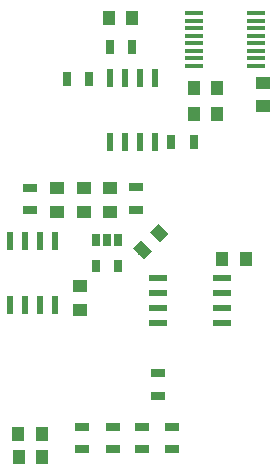
<source format=gtp>
G04 #@! TF.GenerationSoftware,KiCad,Pcbnew,(2017-06-25 revision 6a3c1720b)-makepkg*
G04 #@! TF.CreationDate,2017-08-03T10:21:49-04:00*
G04 #@! TF.ProjectId,pmt-transimpedance-amplifier,706D742D7472616E73696D706564616E,rev?*
G04 #@! TF.SameCoordinates,Original
G04 #@! TF.FileFunction,Paste,Top*
G04 #@! TF.FilePolarity,Positive*
%FSLAX46Y46*%
G04 Gerber Fmt 4.6, Leading zero omitted, Abs format (unit mm)*
G04 Created by KiCad (PCBNEW (2017-06-25 revision 6a3c1720b)-makepkg) date 08/03/17 10:21:49*
%MOMM*%
%LPD*%
G01*
G04 APERTURE LIST*
%ADD10C,0.100000*%
%ADD11R,1.300000X0.700000*%
%ADD12R,0.600000X1.550000*%
%ADD13R,1.550000X0.600000*%
%ADD14R,1.000000X1.250000*%
%ADD15R,0.700000X1.300000*%
%ADD16R,0.650000X1.060000*%
%ADD17C,1.000000*%
%ADD18R,1.600000X0.410000*%
%ADD19R,1.250000X1.000000*%
G04 APERTURE END LIST*
D10*
D11*
X216175000Y-111425000D03*
X216175000Y-109525000D03*
D12*
X203645000Y-103725000D03*
X204915000Y-103725000D03*
X206185000Y-103725000D03*
X207455000Y-103725000D03*
X207455000Y-98325000D03*
X206185000Y-98325000D03*
X204915000Y-98325000D03*
X203645000Y-98325000D03*
D13*
X221600000Y-101475000D03*
X221600000Y-102745000D03*
X221600000Y-104015000D03*
X221600000Y-105285000D03*
X216200000Y-105285000D03*
X216200000Y-104015000D03*
X216200000Y-102745000D03*
X216200000Y-101475000D03*
D11*
X217375000Y-114050000D03*
X217375000Y-115950000D03*
D14*
X204375000Y-116625000D03*
X206375000Y-116625000D03*
X206350000Y-114675000D03*
X204350000Y-114675000D03*
D11*
X212325000Y-115950000D03*
X212325000Y-114050000D03*
X209700000Y-115950000D03*
X209700000Y-114050000D03*
D15*
X208450000Y-84600000D03*
X210350000Y-84600000D03*
D11*
X205325000Y-95725000D03*
X205325000Y-93825000D03*
D16*
X212775000Y-100450000D03*
X210875000Y-100450000D03*
X210875000Y-98250000D03*
X211825000Y-98250000D03*
X212775000Y-98250000D03*
D14*
X221197905Y-85325095D03*
X219197905Y-85325095D03*
X221625000Y-99800000D03*
X223625000Y-99800000D03*
D17*
X214850000Y-99050000D03*
D10*
G36*
X214761612Y-98254505D02*
X215645495Y-99138388D01*
X214938388Y-99845495D01*
X214054505Y-98961612D01*
X214761612Y-98254505D01*
X214761612Y-98254505D01*
G37*
D17*
X216264214Y-97635786D03*
D10*
G36*
X216175826Y-96840291D02*
X217059709Y-97724174D01*
X216352602Y-98431281D01*
X215468719Y-97547398D01*
X216175826Y-96840291D01*
X216175826Y-96840291D01*
G37*
D18*
X219191400Y-79030000D03*
X219191400Y-79665000D03*
X219191400Y-80300000D03*
X219191400Y-80935000D03*
X219191400Y-81570000D03*
X219191400Y-82205000D03*
X219191400Y-82840000D03*
X219191400Y-83475000D03*
X224500000Y-83475000D03*
X224500000Y-82840000D03*
X224500000Y-82205000D03*
X224500000Y-81570000D03*
X224500000Y-80935000D03*
X224500000Y-80300000D03*
X224500000Y-79665000D03*
X224500000Y-79030000D03*
D19*
X225025000Y-86925000D03*
X225025000Y-84925000D03*
D15*
X212100000Y-81900000D03*
X214000000Y-81900000D03*
D14*
X219197905Y-87600095D03*
X221197905Y-87600095D03*
X212000000Y-79475000D03*
X214000000Y-79475000D03*
D11*
X214850000Y-114050000D03*
X214850000Y-115950000D03*
D12*
X212118000Y-89954000D03*
X213388000Y-89954000D03*
X214658000Y-89954000D03*
X215928000Y-89954000D03*
X215928000Y-84554000D03*
X214658000Y-84554000D03*
X213388000Y-84554000D03*
X212118000Y-84554000D03*
D19*
X209575000Y-102125000D03*
X209575000Y-104125000D03*
X207600000Y-95825000D03*
X207600000Y-93825000D03*
D15*
X217275000Y-89950000D03*
X219175000Y-89950000D03*
D19*
X209900000Y-95825000D03*
X209900000Y-93825000D03*
X212125000Y-95825000D03*
X212125000Y-93825000D03*
D11*
X214325000Y-95675000D03*
X214325000Y-93775000D03*
M02*

</source>
